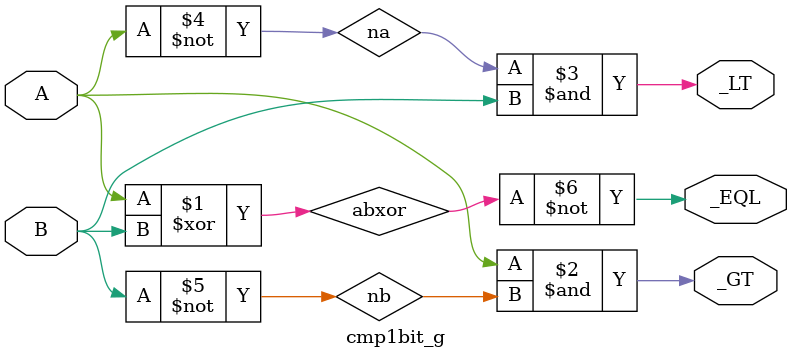
<source format=v>
/* 1 bit comparator in gate level */

module cmp1bit_g(A, B, _EQL, _GT, _LT);

    input   A, B;
    output  _EQL, _GT, _LT;
    wire    abxor, na, nb;
    wire    _EQL, _GT, _LT;
    
    not(na, A);
    not(nb, B);
    xor(abxor, A, B);
    not(_EQL, abxor);
    and(_GT, A, nb);
    and(_LT, na, B);

endmodule

</source>
